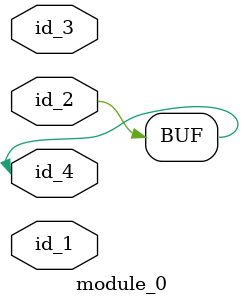
<source format=v>
`timescale 1ps / 1 ps
`define pp_4 0
module module_0 (
    id_1,
    id_2,
    id_3,
    id_4
);
  inout id_4;
  input id_3;
  inout id_2;
  inout id_1;
  assign id_2[1] = 1;
  assign id_2 = id_4;
  wand id_4;
endmodule

</source>
